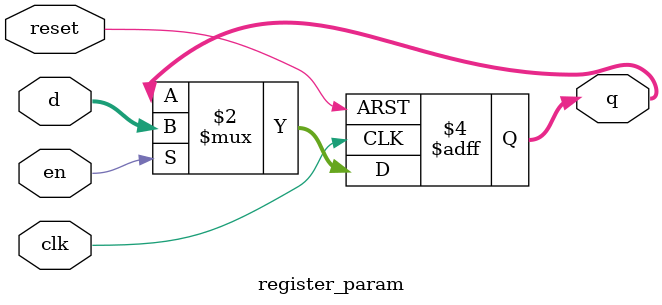
<source format=sv>
module register_param
#(parameter N = 8)
(
    input logic clk, reset, en,
    input logic [N - 1:0] d,
    output logic [N - 1:0] q
    );
    
    always_ff @(posedge clk, posedge reset)
    begin
        if(reset)
            q <= 0;
        else if(en)
            q <= d;
    end
endmodule

</source>
